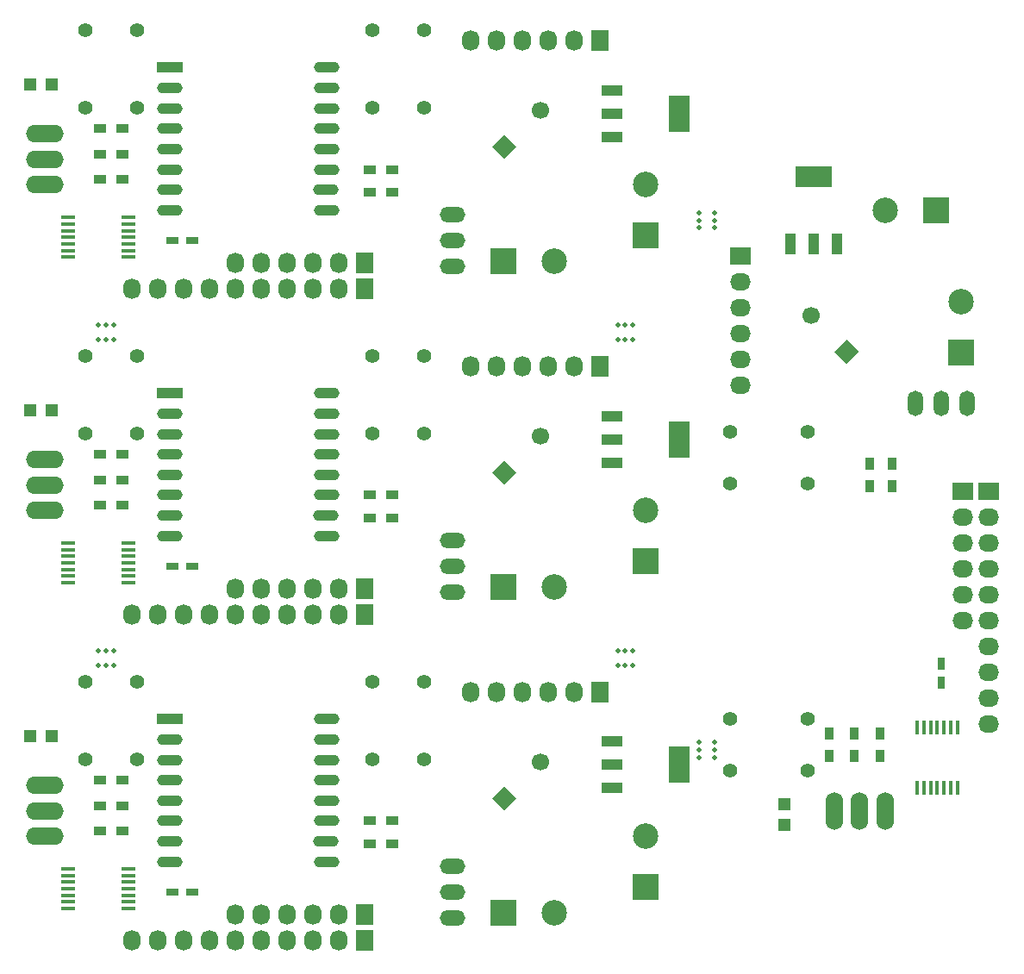
<source format=gts>
G04 #@! TF.FileFunction,Soldermask,Top*
%FSLAX46Y46*%
G04 Gerber Fmt 4.6, Leading zero omitted, Abs format (unit mm)*
G04 Created by KiCad (PCBNEW 4.0.2-stable) date Saturday, November 26, 2016 'pmt' 01:20:35 pm*
%MOMM*%
G01*
G04 APERTURE LIST*
%ADD10C,0.100000*%
%ADD11C,0.500000*%
%ADD12R,2.032000X1.727200*%
%ADD13O,2.032000X1.727200*%
%ADD14R,0.450000X1.450000*%
%ADD15R,3.657600X2.032000*%
%ADD16R,1.016000X2.032000*%
%ADD17C,1.397000*%
%ADD18R,0.900000X1.200000*%
%ADD19O,1.501140X2.499360*%
%ADD20R,2.500000X2.500000*%
%ADD21C,2.500000*%
%ADD22O,1.700000X3.700000*%
%ADD23R,1.198880X1.198880*%
%ADD24R,0.750000X1.200000*%
%ADD25C,1.700000*%
%ADD26R,2.500000X1.100000*%
%ADD27O,2.500000X1.100000*%
%ADD28R,1.200000X0.750000*%
%ADD29O,3.700000X1.700000*%
%ADD30R,1.727200X2.032000*%
%ADD31O,1.727200X2.032000*%
%ADD32O,2.499360X1.501140*%
%ADD33R,1.200000X0.900000*%
%ADD34R,2.032000X3.657600*%
%ADD35R,2.032000X1.016000*%
%ADD36R,1.450000X0.450000*%
G04 APERTURE END LIST*
D10*
D11*
X136250000Y-108000000D03*
X137750000Y-108000000D03*
X136250000Y-107250000D03*
X136250000Y-108750000D03*
X137750000Y-108750000D03*
X137750000Y-107250000D03*
X136250000Y-56000000D03*
X137750000Y-56000000D03*
X136250000Y-55250000D03*
X136250000Y-56750000D03*
X137750000Y-56750000D03*
X137750000Y-55250000D03*
X129000000Y-66250000D03*
X129000000Y-67750000D03*
X129750000Y-66250000D03*
X128250000Y-66250000D03*
X128250000Y-67750000D03*
X129750000Y-67750000D03*
X129000000Y-98250000D03*
X129000000Y-99750000D03*
X129750000Y-98250000D03*
X128250000Y-98250000D03*
X128250000Y-99750000D03*
X129750000Y-99750000D03*
X78000000Y-98250000D03*
X78000000Y-99750000D03*
X78750000Y-98250000D03*
X77250000Y-98250000D03*
X77250000Y-99750000D03*
X78750000Y-99750000D03*
D12*
X164738000Y-82622000D03*
D13*
X164738000Y-85162000D03*
X164738000Y-87702000D03*
X164738000Y-90242000D03*
X164738000Y-92782000D03*
X164738000Y-95322000D03*
X164738000Y-97862000D03*
X164738000Y-100402000D03*
X164738000Y-102942000D03*
X164738000Y-105482000D03*
D14*
X157708000Y-111734000D03*
X158358000Y-111734000D03*
X159008000Y-111734000D03*
X159658000Y-111734000D03*
X160308000Y-111734000D03*
X160958000Y-111734000D03*
X161608000Y-111734000D03*
X161608000Y-105834000D03*
X160958000Y-105834000D03*
X160308000Y-105834000D03*
X159658000Y-105834000D03*
X159008000Y-105834000D03*
X158358000Y-105834000D03*
X157708000Y-105834000D03*
D15*
X147500000Y-51698000D03*
D16*
X147500000Y-58302000D03*
X149786000Y-58302000D03*
X145214000Y-58302000D03*
D17*
X139338000Y-81860000D03*
X139338000Y-76780000D03*
X146958000Y-81860000D03*
X146958000Y-76780000D03*
X146958000Y-104974000D03*
X146958000Y-110054000D03*
X139338000Y-104974000D03*
X139338000Y-110054000D03*
D18*
X153000000Y-79900000D03*
X153000000Y-82100000D03*
X155250000Y-79900000D03*
X155250000Y-82100000D03*
X154000000Y-108600000D03*
X154000000Y-106400000D03*
X151500000Y-106400000D03*
X151500000Y-108600000D03*
X149000000Y-106400000D03*
X149000000Y-108600000D03*
D19*
X160000000Y-74000000D03*
X162540000Y-74000000D03*
X157460000Y-74000000D03*
D20*
X162000000Y-69000000D03*
D21*
X162000000Y-64000000D03*
D12*
X162198000Y-82622000D03*
D13*
X162198000Y-85162000D03*
X162198000Y-87702000D03*
X162198000Y-90242000D03*
X162198000Y-92782000D03*
X162198000Y-95322000D03*
D12*
X140354000Y-59508000D03*
D13*
X140354000Y-62048000D03*
X140354000Y-64588000D03*
X140354000Y-67128000D03*
X140354000Y-69668000D03*
X140354000Y-72208000D03*
D22*
X154500000Y-114000000D03*
X152000000Y-114000000D03*
X149500000Y-114000000D03*
D20*
X159500000Y-55000000D03*
D21*
X154500000Y-55000000D03*
D23*
X144672000Y-115421020D03*
X144672000Y-113322980D03*
D24*
X160000000Y-101450000D03*
X160000000Y-99550000D03*
D25*
X147232466Y-65370466D03*
D10*
G36*
X151970082Y-68906000D02*
X150768000Y-70108082D01*
X149565918Y-68906000D01*
X150768000Y-67703918D01*
X151970082Y-68906000D01*
X151970082Y-68906000D01*
G37*
D26*
X84300000Y-105000000D03*
D27*
X84300000Y-107000000D03*
X84300000Y-109000000D03*
X84300000Y-111000000D03*
X84300000Y-113000000D03*
X84300000Y-115000000D03*
X84300000Y-117000000D03*
X84300000Y-119000000D03*
X99700000Y-119000000D03*
X99600000Y-117000000D03*
X99700000Y-115000000D03*
X99700000Y-113000000D03*
X99700000Y-111000000D03*
X99700000Y-109000000D03*
X99700000Y-107000000D03*
X99700000Y-105000000D03*
D25*
X120629534Y-109232466D03*
D10*
G36*
X117094000Y-113970082D02*
X115891918Y-112768000D01*
X117094000Y-111565918D01*
X118296082Y-112768000D01*
X117094000Y-113970082D01*
X117094000Y-113970082D01*
G37*
D28*
X84550000Y-122000000D03*
X86450000Y-122000000D03*
D23*
X70578980Y-106672000D03*
X72677020Y-106672000D03*
D20*
X131000000Y-121500000D03*
D21*
X131000000Y-116500000D03*
D29*
X72000000Y-116500000D03*
X72000000Y-114000000D03*
X72000000Y-111500000D03*
D30*
X126492000Y-102354000D03*
D31*
X123952000Y-102354000D03*
X121412000Y-102354000D03*
X118872000Y-102354000D03*
X116332000Y-102354000D03*
X113792000Y-102354000D03*
D30*
X103378000Y-124198000D03*
D31*
X100838000Y-124198000D03*
X98298000Y-124198000D03*
X95758000Y-124198000D03*
X93218000Y-124198000D03*
X90678000Y-124198000D03*
D20*
X117000000Y-124000000D03*
D21*
X122000000Y-124000000D03*
D32*
X112000000Y-122000000D03*
X112000000Y-124540000D03*
X112000000Y-119460000D03*
D33*
X79600000Y-111000000D03*
X77400000Y-111000000D03*
X79600000Y-113500000D03*
X77400000Y-113500000D03*
X77400000Y-116000000D03*
X79600000Y-116000000D03*
X106100000Y-117250000D03*
X103900000Y-117250000D03*
X106100000Y-115000000D03*
X103900000Y-115000000D03*
D17*
X81026000Y-108958000D03*
X75946000Y-108958000D03*
X81026000Y-101338000D03*
X75946000Y-101338000D03*
X104140000Y-101338000D03*
X109220000Y-101338000D03*
X104140000Y-108958000D03*
X109220000Y-108958000D03*
D34*
X134302000Y-109500000D03*
D35*
X127698000Y-109500000D03*
X127698000Y-111786000D03*
X127698000Y-107214000D03*
D36*
X74266000Y-119708000D03*
X74266000Y-120358000D03*
X74266000Y-121008000D03*
X74266000Y-121658000D03*
X74266000Y-122308000D03*
X74266000Y-122958000D03*
X74266000Y-123608000D03*
X80166000Y-123608000D03*
X80166000Y-122958000D03*
X80166000Y-122308000D03*
X80166000Y-121658000D03*
X80166000Y-121008000D03*
X80166000Y-120358000D03*
X80166000Y-119708000D03*
D30*
X103378000Y-126738000D03*
D31*
X100838000Y-126738000D03*
X98298000Y-126738000D03*
X95758000Y-126738000D03*
X93218000Y-126738000D03*
X90678000Y-126738000D03*
X88138000Y-126738000D03*
X85598000Y-126738000D03*
X83058000Y-126738000D03*
X80518000Y-126738000D03*
D30*
X103378000Y-94738000D03*
D31*
X100838000Y-94738000D03*
X98298000Y-94738000D03*
X95758000Y-94738000D03*
X93218000Y-94738000D03*
X90678000Y-94738000D03*
X88138000Y-94738000D03*
X85598000Y-94738000D03*
X83058000Y-94738000D03*
X80518000Y-94738000D03*
D36*
X74266000Y-87708000D03*
X74266000Y-88358000D03*
X74266000Y-89008000D03*
X74266000Y-89658000D03*
X74266000Y-90308000D03*
X74266000Y-90958000D03*
X74266000Y-91608000D03*
X80166000Y-91608000D03*
X80166000Y-90958000D03*
X80166000Y-90308000D03*
X80166000Y-89658000D03*
X80166000Y-89008000D03*
X80166000Y-88358000D03*
X80166000Y-87708000D03*
D34*
X134302000Y-77500000D03*
D35*
X127698000Y-77500000D03*
X127698000Y-79786000D03*
X127698000Y-75214000D03*
D17*
X104140000Y-69338000D03*
X109220000Y-69338000D03*
X104140000Y-76958000D03*
X109220000Y-76958000D03*
X81026000Y-76958000D03*
X75946000Y-76958000D03*
X81026000Y-69338000D03*
X75946000Y-69338000D03*
D33*
X106100000Y-83000000D03*
X103900000Y-83000000D03*
X106100000Y-85250000D03*
X103900000Y-85250000D03*
X77400000Y-84000000D03*
X79600000Y-84000000D03*
X79600000Y-81500000D03*
X77400000Y-81500000D03*
X79600000Y-79000000D03*
X77400000Y-79000000D03*
D32*
X112000000Y-90000000D03*
X112000000Y-92540000D03*
X112000000Y-87460000D03*
D20*
X117000000Y-92000000D03*
D21*
X122000000Y-92000000D03*
D30*
X103378000Y-92198000D03*
D31*
X100838000Y-92198000D03*
X98298000Y-92198000D03*
X95758000Y-92198000D03*
X93218000Y-92198000D03*
X90678000Y-92198000D03*
D30*
X126492000Y-70354000D03*
D31*
X123952000Y-70354000D03*
X121412000Y-70354000D03*
X118872000Y-70354000D03*
X116332000Y-70354000D03*
X113792000Y-70354000D03*
D29*
X72000000Y-84500000D03*
X72000000Y-82000000D03*
X72000000Y-79500000D03*
D20*
X131000000Y-89500000D03*
D21*
X131000000Y-84500000D03*
D23*
X70578980Y-74672000D03*
X72677020Y-74672000D03*
D28*
X84550000Y-90000000D03*
X86450000Y-90000000D03*
D25*
X120629534Y-77232466D03*
D10*
G36*
X117094000Y-81970082D02*
X115891918Y-80768000D01*
X117094000Y-79565918D01*
X118296082Y-80768000D01*
X117094000Y-81970082D01*
X117094000Y-81970082D01*
G37*
D26*
X84300000Y-73000000D03*
D27*
X84300000Y-75000000D03*
X84300000Y-77000000D03*
X84300000Y-79000000D03*
X84300000Y-81000000D03*
X84300000Y-83000000D03*
X84300000Y-85000000D03*
X84300000Y-87000000D03*
X99700000Y-87000000D03*
X99600000Y-85000000D03*
X99700000Y-83000000D03*
X99700000Y-81000000D03*
X99700000Y-79000000D03*
X99700000Y-77000000D03*
X99700000Y-75000000D03*
X99700000Y-73000000D03*
D26*
X84300000Y-41000000D03*
D27*
X84300000Y-43000000D03*
X84300000Y-45000000D03*
X84300000Y-47000000D03*
X84300000Y-49000000D03*
X84300000Y-51000000D03*
X84300000Y-53000000D03*
X84300000Y-55000000D03*
X99700000Y-55000000D03*
X99600000Y-53000000D03*
X99700000Y-51000000D03*
X99700000Y-49000000D03*
X99700000Y-47000000D03*
X99700000Y-45000000D03*
X99700000Y-43000000D03*
X99700000Y-41000000D03*
D25*
X120629534Y-45232466D03*
D10*
G36*
X117094000Y-49970082D02*
X115891918Y-48768000D01*
X117094000Y-47565918D01*
X118296082Y-48768000D01*
X117094000Y-49970082D01*
X117094000Y-49970082D01*
G37*
D28*
X84550000Y-58000000D03*
X86450000Y-58000000D03*
D23*
X70578980Y-42672000D03*
X72677020Y-42672000D03*
D20*
X131000000Y-57500000D03*
D21*
X131000000Y-52500000D03*
D29*
X72000000Y-52500000D03*
X72000000Y-50000000D03*
X72000000Y-47500000D03*
D30*
X126492000Y-38354000D03*
D31*
X123952000Y-38354000D03*
X121412000Y-38354000D03*
X118872000Y-38354000D03*
X116332000Y-38354000D03*
X113792000Y-38354000D03*
D30*
X103378000Y-60198000D03*
D31*
X100838000Y-60198000D03*
X98298000Y-60198000D03*
X95758000Y-60198000D03*
X93218000Y-60198000D03*
X90678000Y-60198000D03*
D20*
X117000000Y-60000000D03*
D21*
X122000000Y-60000000D03*
D32*
X112000000Y-58000000D03*
X112000000Y-60540000D03*
X112000000Y-55460000D03*
D33*
X79600000Y-47000000D03*
X77400000Y-47000000D03*
X79600000Y-49500000D03*
X77400000Y-49500000D03*
X77400000Y-52000000D03*
X79600000Y-52000000D03*
X106100000Y-53250000D03*
X103900000Y-53250000D03*
X106100000Y-51000000D03*
X103900000Y-51000000D03*
D17*
X81026000Y-44958000D03*
X75946000Y-44958000D03*
X81026000Y-37338000D03*
X75946000Y-37338000D03*
X104140000Y-37338000D03*
X109220000Y-37338000D03*
X104140000Y-44958000D03*
X109220000Y-44958000D03*
D34*
X134302000Y-45500000D03*
D35*
X127698000Y-45500000D03*
X127698000Y-47786000D03*
X127698000Y-43214000D03*
D36*
X74266000Y-55708000D03*
X74266000Y-56358000D03*
X74266000Y-57008000D03*
X74266000Y-57658000D03*
X74266000Y-58308000D03*
X74266000Y-58958000D03*
X74266000Y-59608000D03*
X80166000Y-59608000D03*
X80166000Y-58958000D03*
X80166000Y-58308000D03*
X80166000Y-57658000D03*
X80166000Y-57008000D03*
X80166000Y-56358000D03*
X80166000Y-55708000D03*
D30*
X103378000Y-62738000D03*
D31*
X100838000Y-62738000D03*
X98298000Y-62738000D03*
X95758000Y-62738000D03*
X93218000Y-62738000D03*
X90678000Y-62738000D03*
X88138000Y-62738000D03*
X85598000Y-62738000D03*
X83058000Y-62738000D03*
X80518000Y-62738000D03*
D11*
X78000000Y-66250000D03*
X78000000Y-67750000D03*
X78750000Y-66250000D03*
X77250000Y-66250000D03*
X77250000Y-67750000D03*
X78750000Y-67750000D03*
M02*

</source>
